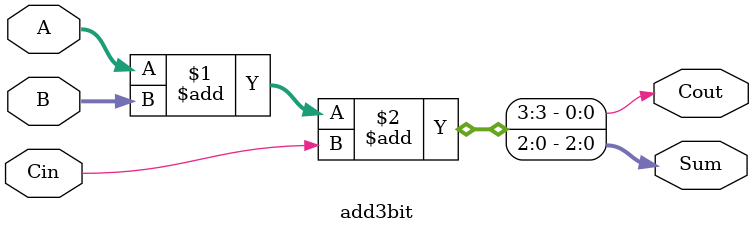
<source format=v>
module add3bit(A,B,Cin,Sum,Cout);
//Kevin Wilson

	input [2:0] A, B;
	input Cin;
	output [2:0] Sum;
	output Cout;

	assign {Cout,Sum} = A + B + Cin;

endmodule
</source>
